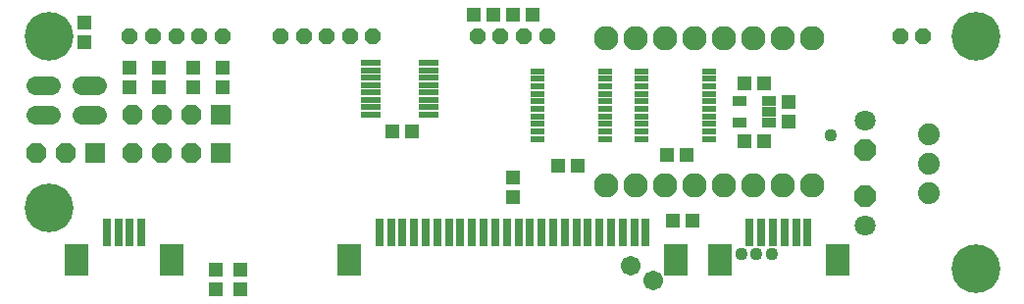
<source format=gbs>
G75*
%MOIN*%
%OFA0B0*%
%FSLAX24Y24*%
%IPPOS*%
%LPD*%
%AMOC8*
5,1,8,0,0,1.08239X$1,22.5*
%
%ADD10C,0.0740*%
%ADD11R,0.0316X0.0946*%
%ADD12R,0.0789X0.1104*%
%ADD13C,0.0830*%
%ADD14R,0.0651X0.0218*%
%ADD15OC8,0.0552*%
%ADD16OC8,0.0710*%
%ADD17C,0.0710*%
%ADD18R,0.0513X0.0474*%
%ADD19R,0.0680X0.0680*%
%ADD20OC8,0.0680*%
%ADD21R,0.0470X0.0200*%
%ADD22R,0.0474X0.0513*%
%ADD23R,0.0470X0.0352*%
%ADD24C,0.0620*%
%ADD25C,0.0671*%
%ADD26C,0.0436*%
%ADD27C,0.1655*%
D10*
X031202Y004963D03*
X031202Y005963D03*
X031202Y006963D03*
D11*
X027069Y003640D03*
X026675Y003640D03*
X026281Y003640D03*
X025887Y003640D03*
X025494Y003640D03*
X025100Y003640D03*
X021572Y003640D03*
X021179Y003640D03*
X020785Y003640D03*
X020391Y003640D03*
X019998Y003640D03*
X019604Y003640D03*
X019210Y003640D03*
X018817Y003640D03*
X018423Y003640D03*
X018029Y003640D03*
X017635Y003640D03*
X017242Y003640D03*
X016848Y003640D03*
X016454Y003640D03*
X016061Y003640D03*
X015667Y003640D03*
X015273Y003640D03*
X014880Y003640D03*
X014486Y003640D03*
X014092Y003640D03*
X013698Y003640D03*
X013305Y003640D03*
X012911Y003640D03*
X012517Y003640D03*
X004431Y003640D03*
X004037Y003640D03*
X003643Y003640D03*
X003250Y003640D03*
D12*
X002226Y002695D03*
X005454Y002695D03*
X011494Y002695D03*
X022596Y002695D03*
X024076Y002695D03*
X028092Y002695D03*
D13*
X027222Y005234D03*
X026222Y005234D03*
X025222Y005234D03*
X024222Y005234D03*
X023222Y005234D03*
X022222Y005234D03*
X021222Y005234D03*
X020222Y005234D03*
X020222Y010234D03*
X021222Y010234D03*
X022222Y010234D03*
X023222Y010234D03*
X024222Y010234D03*
X025222Y010234D03*
X026222Y010234D03*
X027222Y010234D03*
D14*
X014185Y009397D03*
X014185Y009147D03*
X014185Y008897D03*
X014185Y008647D03*
X014185Y008397D03*
X014185Y008147D03*
X014185Y007897D03*
X014185Y007647D03*
X012236Y007647D03*
X012236Y007897D03*
X012236Y008147D03*
X012236Y008397D03*
X012236Y008647D03*
X012236Y008897D03*
X012236Y009147D03*
X012236Y009397D03*
D15*
X012305Y010293D03*
X011517Y010293D03*
X010730Y010293D03*
X009943Y010293D03*
X009155Y010293D03*
X007187Y010293D03*
X006399Y010293D03*
X005612Y010293D03*
X004824Y010293D03*
X004037Y010293D03*
X015848Y010293D03*
X016635Y010293D03*
X017423Y010293D03*
X018210Y010293D03*
X030218Y010293D03*
X031006Y010293D03*
D16*
X029037Y006447D03*
X029037Y004888D03*
D17*
X029037Y003888D03*
X029037Y007447D03*
D18*
X006950Y001691D03*
X007777Y001691D03*
X007777Y002360D03*
X006950Y002360D03*
X018584Y005923D03*
X019254Y005923D03*
X022285Y006278D03*
X022954Y006278D03*
X024923Y006750D03*
X025592Y006750D03*
X025592Y008719D03*
X024923Y008719D03*
X017718Y011041D03*
X017049Y011041D03*
X007187Y009250D03*
X006202Y009250D03*
X005021Y009250D03*
X004037Y009250D03*
X004037Y008581D03*
X005021Y008581D03*
X006202Y008581D03*
X007187Y008581D03*
X002502Y010116D03*
X002502Y010786D03*
X012954Y007065D03*
X013624Y007065D03*
D19*
X007112Y007636D03*
X007112Y006356D03*
X002872Y006356D03*
D20*
X001872Y006356D03*
X000872Y006356D03*
X004112Y006356D03*
X005112Y006356D03*
X006112Y006356D03*
X006112Y007636D03*
X005112Y007636D03*
X004112Y007636D03*
D21*
X017888Y007587D03*
X017888Y007843D03*
X017888Y008099D03*
X017888Y008354D03*
X017888Y008610D03*
X017888Y008866D03*
X017888Y009122D03*
X020186Y009122D03*
X020186Y008866D03*
X020186Y008610D03*
X020186Y008354D03*
X020186Y008099D03*
X020186Y007843D03*
X020186Y007587D03*
X020186Y007331D03*
X020186Y007075D03*
X020186Y006819D03*
X021432Y006819D03*
X021432Y007075D03*
X021432Y007331D03*
X021432Y007587D03*
X021432Y007843D03*
X021432Y008099D03*
X021432Y008354D03*
X021432Y008610D03*
X021432Y008866D03*
X021432Y009122D03*
X023729Y009122D03*
X023729Y008866D03*
X023729Y008610D03*
X023729Y008354D03*
X023729Y008099D03*
X023729Y007843D03*
X023729Y007587D03*
X023729Y007331D03*
X023729Y007075D03*
X023729Y006819D03*
X017888Y006819D03*
X017888Y007075D03*
X017888Y007331D03*
D22*
X017069Y005510D03*
X017069Y004841D03*
X022482Y004034D03*
X023151Y004034D03*
X026439Y007400D03*
X026439Y008069D03*
X016380Y011041D03*
X015710Y011041D03*
D23*
X024746Y008108D03*
X025765Y008108D03*
X025765Y007734D03*
X025765Y007360D03*
X024746Y007360D03*
D24*
X002929Y007628D02*
X002389Y007628D01*
X001354Y007628D02*
X000814Y007628D01*
X000814Y008628D02*
X001354Y008628D01*
X002389Y008628D02*
X002929Y008628D01*
D25*
X021065Y002498D03*
X021813Y002006D03*
D26*
X024824Y002892D03*
X025336Y002892D03*
X025848Y002892D03*
X027856Y006947D03*
D27*
X032777Y010293D03*
X032777Y002419D03*
X001281Y004467D03*
X001281Y010293D03*
M02*

</source>
